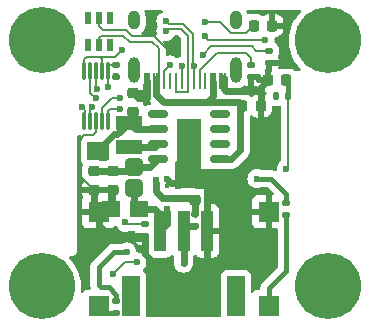
<source format=gtl>
G04 #@! TF.GenerationSoftware,KiCad,Pcbnew,7.0.1-0*
G04 #@! TF.CreationDate,2024-01-29T00:44:29+01:00*
G04 #@! TF.ProjectId,Smart_Lamps,536d6172-745f-44c6-916d-70732e6b6963,rev?*
G04 #@! TF.SameCoordinates,Original*
G04 #@! TF.FileFunction,Copper,L1,Top*
G04 #@! TF.FilePolarity,Positive*
%FSLAX46Y46*%
G04 Gerber Fmt 4.6, Leading zero omitted, Abs format (unit mm)*
G04 Created by KiCad (PCBNEW 7.0.1-0) date 2024-01-29 00:44:29*
%MOMM*%
%LPD*%
G01*
G04 APERTURE LIST*
G04 Aperture macros list*
%AMRoundRect*
0 Rectangle with rounded corners*
0 $1 Rounding radius*
0 $2 $3 $4 $5 $6 $7 $8 $9 X,Y pos of 4 corners*
0 Add a 4 corners polygon primitive as box body*
4,1,4,$2,$3,$4,$5,$6,$7,$8,$9,$2,$3,0*
0 Add four circle primitives for the rounded corners*
1,1,$1+$1,$2,$3*
1,1,$1+$1,$4,$5*
1,1,$1+$1,$6,$7*
1,1,$1+$1,$8,$9*
0 Add four rect primitives between the rounded corners*
20,1,$1+$1,$2,$3,$4,$5,0*
20,1,$1+$1,$4,$5,$6,$7,0*
20,1,$1+$1,$6,$7,$8,$9,0*
20,1,$1+$1,$8,$9,$2,$3,0*%
G04 Aperture macros list end*
G04 #@! TA.AperFunction,SMDPad,CuDef*
%ADD10RoundRect,0.225000X0.250000X-0.225000X0.250000X0.225000X-0.250000X0.225000X-0.250000X-0.225000X0*%
G04 #@! TD*
G04 #@! TA.AperFunction,SMDPad,CuDef*
%ADD11RoundRect,0.135000X-0.135000X-0.185000X0.135000X-0.185000X0.135000X0.185000X-0.135000X0.185000X0*%
G04 #@! TD*
G04 #@! TA.AperFunction,SMDPad,CuDef*
%ADD12R,0.600000X1.070000*%
G04 #@! TD*
G04 #@! TA.AperFunction,SMDPad,CuDef*
%ADD13R,1.800000X1.800000*%
G04 #@! TD*
G04 #@! TA.AperFunction,SMDPad,CuDef*
%ADD14RoundRect,0.135000X0.185000X-0.135000X0.185000X0.135000X-0.185000X0.135000X-0.185000X-0.135000X0*%
G04 #@! TD*
G04 #@! TA.AperFunction,SMDPad,CuDef*
%ADD15RoundRect,0.225000X-0.250000X0.225000X-0.250000X-0.225000X0.250000X-0.225000X0.250000X0.225000X0*%
G04 #@! TD*
G04 #@! TA.AperFunction,SMDPad,CuDef*
%ADD16RoundRect,0.135000X-0.185000X0.135000X-0.185000X-0.135000X0.185000X-0.135000X0.185000X0.135000X0*%
G04 #@! TD*
G04 #@! TA.AperFunction,SMDPad,CuDef*
%ADD17RoundRect,0.225000X0.225000X0.250000X-0.225000X0.250000X-0.225000X-0.250000X0.225000X-0.250000X0*%
G04 #@! TD*
G04 #@! TA.AperFunction,SMDPad,CuDef*
%ADD18RoundRect,0.381000X-0.390500X-0.381000X0.390500X-0.381000X0.390500X0.381000X-0.390500X0.381000X0*%
G04 #@! TD*
G04 #@! TA.AperFunction,SMDPad,CuDef*
%ADD19R,2.200000X1.200000*%
G04 #@! TD*
G04 #@! TA.AperFunction,ComponentPad*
%ADD20C,3.600000*%
G04 #@! TD*
G04 #@! TA.AperFunction,ConnectorPad*
%ADD21C,5.600000*%
G04 #@! TD*
G04 #@! TA.AperFunction,SMDPad,CuDef*
%ADD22RoundRect,0.150000X0.675000X0.150000X-0.675000X0.150000X-0.675000X-0.150000X0.675000X-0.150000X0*%
G04 #@! TD*
G04 #@! TA.AperFunction,SMDPad,CuDef*
%ADD23R,2.043000X3.000000*%
G04 #@! TD*
G04 #@! TA.AperFunction,SMDPad,CuDef*
%ADD24O,0.280000X1.620000*%
G04 #@! TD*
G04 #@! TA.AperFunction,SMDPad,CuDef*
%ADD25RoundRect,0.225000X-0.225000X-0.250000X0.225000X-0.250000X0.225000X0.250000X-0.225000X0.250000X0*%
G04 #@! TD*
G04 #@! TA.AperFunction,SMDPad,CuDef*
%ADD26R,0.530000X1.070000*%
G04 #@! TD*
G04 #@! TA.AperFunction,SMDPad,CuDef*
%ADD27R,0.250000X1.450000*%
G04 #@! TD*
G04 #@! TA.AperFunction,SMDPad,CuDef*
%ADD28R,0.300000X1.450000*%
G04 #@! TD*
G04 #@! TA.AperFunction,ComponentPad*
%ADD29RoundRect,0.500000X0.000000X0.600000X0.000000X0.600000X0.000000X-0.600000X0.000000X-0.600000X0*%
G04 #@! TD*
G04 #@! TA.AperFunction,ComponentPad*
%ADD30RoundRect,0.500000X0.000000X0.300000X0.000000X0.300000X0.000000X-0.300000X0.000000X-0.300000X0*%
G04 #@! TD*
G04 #@! TA.AperFunction,SMDPad,CuDef*
%ADD31R,1.500000X3.400000*%
G04 #@! TD*
G04 #@! TA.AperFunction,SMDPad,CuDef*
%ADD32R,1.000000X3.500000*%
G04 #@! TD*
G04 #@! TA.AperFunction,SMDPad,CuDef*
%ADD33R,1.500000X1.360000*%
G04 #@! TD*
G04 #@! TA.AperFunction,ViaPad*
%ADD34C,0.600000*%
G04 #@! TD*
G04 #@! TA.AperFunction,Conductor*
%ADD35C,0.600000*%
G04 #@! TD*
G04 #@! TA.AperFunction,Conductor*
%ADD36C,0.400000*%
G04 #@! TD*
G04 #@! TA.AperFunction,Conductor*
%ADD37C,0.200000*%
G04 #@! TD*
G04 #@! TA.AperFunction,Conductor*
%ADD38C,0.152400*%
G04 #@! TD*
G04 APERTURE END LIST*
D10*
X132100000Y-116725000D03*
X132100000Y-115175000D03*
D11*
X145900000Y-108800000D03*
X146920000Y-108800000D03*
D12*
X137650000Y-116160000D03*
X135750000Y-116160000D03*
X136700000Y-118640000D03*
D13*
X145300000Y-126600000D03*
X145300000Y-118600000D03*
D14*
X146800000Y-118910000D03*
X146800000Y-117890000D03*
D15*
X133850000Y-108575000D03*
X133850000Y-110125000D03*
D16*
X132400000Y-106140000D03*
X132400000Y-107160000D03*
D17*
X145600000Y-102850000D03*
X144050000Y-102850000D03*
D18*
X133900000Y-114800000D03*
X133900000Y-116600000D03*
D16*
X145350000Y-104990000D03*
X145350000Y-106010000D03*
X134800000Y-119640000D03*
X134800000Y-120660000D03*
D19*
X133500000Y-113150000D03*
X133500000Y-111090000D03*
D20*
X150300000Y-124900000D03*
D21*
X150300000Y-124900000D03*
D22*
X141150000Y-114160000D03*
X141150000Y-112890000D03*
X141150000Y-111620000D03*
X141150000Y-110350000D03*
X135900000Y-110350000D03*
X135900000Y-111620000D03*
X135900000Y-112890000D03*
X135900000Y-114160000D03*
D23*
X138525000Y-112255000D03*
D20*
X126100000Y-124900000D03*
D21*
X126100000Y-124900000D03*
D20*
X126100000Y-104100000D03*
D21*
X126100000Y-104100000D03*
D14*
X139100000Y-119800000D03*
X139100000Y-118780000D03*
X132400000Y-127210000D03*
X132400000Y-126190000D03*
D24*
X129700000Y-110920000D03*
X130200000Y-110920000D03*
X130700000Y-110920000D03*
X131200000Y-110920000D03*
X131700000Y-110920000D03*
X131700000Y-106700000D03*
X131200000Y-106700000D03*
X130700000Y-106700000D03*
X130200000Y-106700000D03*
X129700000Y-106700000D03*
D17*
X144625000Y-109650000D03*
X143075000Y-109650000D03*
D13*
X130900000Y-126600000D03*
X130900000Y-118600000D03*
D10*
X130500000Y-116725000D03*
X130500000Y-115175000D03*
X139050000Y-117650000D03*
X139050000Y-116100000D03*
D25*
X145250000Y-107450000D03*
X146800000Y-107450000D03*
D26*
X131900000Y-102200000D03*
X130950000Y-102200000D03*
X130000000Y-102200000D03*
X130000000Y-104500000D03*
X130950000Y-104500000D03*
X131900000Y-104500000D03*
D16*
X143800000Y-106190000D03*
X143800000Y-107210000D03*
D27*
X141575000Y-107500000D03*
X140775000Y-107500000D03*
X139450000Y-107500000D03*
X138450000Y-107500000D03*
X137950000Y-107500000D03*
X136950000Y-107500000D03*
X135625000Y-107500000D03*
X134825000Y-107500000D03*
D28*
X135100000Y-107500000D03*
X135900000Y-107500000D03*
D27*
X136450000Y-107500000D03*
X137450000Y-107500000D03*
X138950000Y-107500000D03*
X139950000Y-107500000D03*
D28*
X140500000Y-107500000D03*
X141300000Y-107500000D03*
D29*
X142520000Y-106580000D03*
D30*
X142520000Y-102400000D03*
D29*
X133880000Y-106580000D03*
D30*
X133880000Y-102400000D03*
D20*
X150300000Y-104100000D03*
D21*
X150300000Y-104100000D03*
D31*
X142530000Y-125770000D03*
X133670000Y-125770000D03*
D32*
X136100000Y-120230000D03*
X138100000Y-120230000D03*
X140100000Y-120230000D03*
D33*
X134350000Y-118350000D03*
X131950000Y-118350000D03*
D34*
X138100000Y-122950000D03*
X144300000Y-115800000D03*
X139900000Y-102500000D03*
X132850000Y-104900000D03*
X144050000Y-102850000D03*
X145900000Y-108800000D03*
X135750000Y-116160000D03*
X130726500Y-108200000D03*
X130655901Y-108975000D03*
X129523000Y-109700000D03*
X130000000Y-104650000D03*
X130377000Y-109700000D03*
X131900000Y-104650000D03*
X139250000Y-111175000D03*
X140100000Y-123300000D03*
X137800000Y-112625000D03*
X138525000Y-111900000D03*
X138525000Y-113350000D03*
X138525000Y-111175000D03*
X136950000Y-105100000D03*
X139250000Y-113350000D03*
X141650000Y-108350000D03*
X137800000Y-113375000D03*
X137800000Y-111925000D03*
X135000000Y-109000000D03*
X136700000Y-115850000D03*
X139250000Y-111900000D03*
X138525000Y-112625000D03*
X139250000Y-112625000D03*
X137800000Y-111175000D03*
X133150000Y-119500000D03*
X134150000Y-122850000D03*
X132100000Y-123850000D03*
X132400000Y-107150000D03*
X132750000Y-109900000D03*
X146800000Y-114950000D03*
X145000000Y-104050000D03*
X146800000Y-107500000D03*
X139900000Y-103750000D03*
X132750000Y-108950000D03*
X133300000Y-122000000D03*
X131700000Y-108000000D03*
X138950000Y-106300000D03*
X131900000Y-102050000D03*
X136600000Y-102473000D03*
X137944100Y-106300000D03*
X136600000Y-103327000D03*
X130000000Y-102050000D03*
X139700000Y-105300000D03*
X136925000Y-106175000D03*
D35*
X135900000Y-111620000D02*
X134030000Y-111620000D01*
X131100000Y-113150000D02*
X131100000Y-113200000D01*
X134030000Y-111620000D02*
X133500000Y-111090000D01*
X132500000Y-112050000D02*
X132200000Y-112050000D01*
X132200000Y-112050000D02*
X131100000Y-113150000D01*
X133460000Y-111090000D02*
X132500000Y-112050000D01*
X133500000Y-111090000D02*
X133460000Y-111090000D01*
X138530000Y-119800000D02*
X138100000Y-120230000D01*
X138100000Y-122950000D02*
X138100000Y-120360000D01*
X139100000Y-119800000D02*
X138530000Y-119800000D01*
D36*
X145527000Y-115800000D02*
X146800000Y-117073000D01*
X144300000Y-115800000D02*
X145527000Y-115800000D01*
X146800000Y-117073000D02*
X146800000Y-117890000D01*
D35*
X133500000Y-113150000D02*
X135640000Y-113150000D01*
X135640000Y-113150000D02*
X135900000Y-112890000D01*
X139100000Y-118780000D02*
X139100000Y-117700000D01*
D37*
X131200000Y-105690000D02*
X131200000Y-106700000D01*
X132250000Y-105500000D02*
X131010000Y-105500000D01*
X131160000Y-105650000D02*
X131200000Y-105690000D01*
D35*
X135750000Y-116160000D02*
X135750000Y-116850000D01*
D37*
X141150000Y-102500000D02*
X142150000Y-103500000D01*
X131010000Y-105500000D02*
X131160000Y-105650000D01*
X129700000Y-105690000D02*
X129890000Y-105500000D01*
X144050000Y-102950000D02*
X144050000Y-103000000D01*
D35*
X136300000Y-117400000D02*
X138800000Y-117400000D01*
D37*
X129700000Y-106700000D02*
X129700000Y-105690000D01*
X139900000Y-102500000D02*
X141150000Y-102500000D01*
D35*
X135750000Y-116850000D02*
X136300000Y-117400000D01*
D37*
X132850000Y-104900000D02*
X132250000Y-105500000D01*
D35*
X138800000Y-117400000D02*
X139050000Y-117650000D01*
D37*
X142150000Y-103500000D02*
X143400000Y-103500000D01*
D35*
X139100000Y-117700000D02*
X139050000Y-117650000D01*
D37*
X129890000Y-105500000D02*
X131010000Y-105500000D01*
X143400000Y-103500000D02*
X144050000Y-102850000D01*
X130726500Y-108200000D02*
X130700000Y-108173500D01*
X130700000Y-108173500D02*
X130700000Y-106700000D01*
X130655901Y-108975000D02*
X130200000Y-108519099D01*
X130200000Y-108519099D02*
X130200000Y-106700000D01*
D38*
X129746799Y-110014527D02*
X129523000Y-109790728D01*
X129700000Y-110920000D02*
X129746799Y-110873201D01*
X129746799Y-110873201D02*
X129746799Y-110014527D01*
X130200000Y-110920000D02*
X130153201Y-110873201D01*
X130153201Y-110014527D02*
X130377000Y-109790728D01*
X130153201Y-110873201D02*
X130153201Y-110014527D01*
D35*
X138990000Y-116160000D02*
X139050000Y-116100000D01*
X135500000Y-122850000D02*
X135500000Y-123450000D01*
D37*
X130950000Y-102900000D02*
X130950000Y-102200000D01*
X129200000Y-112550000D02*
X129200000Y-115425000D01*
D35*
X139050000Y-112780000D02*
X138525000Y-112255000D01*
D37*
X130700000Y-111850000D02*
X130450000Y-112100000D01*
D35*
X140100000Y-123300000D02*
X140100000Y-120230000D01*
X140100000Y-116600000D02*
X140100000Y-120230000D01*
D37*
X129200000Y-115425000D02*
X130500000Y-116725000D01*
D35*
X135500000Y-123450000D02*
X136250000Y-124200000D01*
X135000000Y-109000000D02*
X134275000Y-109000000D01*
X139600000Y-116100000D02*
X140100000Y-116600000D01*
X134275000Y-109000000D02*
X133850000Y-108575000D01*
X130500000Y-118200000D02*
X130900000Y-118600000D01*
X132000000Y-120800000D02*
X134810000Y-120800000D01*
X134800000Y-122150000D02*
X135500000Y-122850000D01*
X135000000Y-109000000D02*
X135000000Y-107500000D01*
X137850000Y-112770000D02*
X138225000Y-112395000D01*
X139050000Y-116100000D02*
X139600000Y-116100000D01*
X134800000Y-120810000D02*
X134800000Y-122150000D01*
D37*
X136950000Y-105100000D02*
X135600000Y-103750000D01*
X131250000Y-103200000D02*
X130950000Y-102900000D01*
D35*
X141650000Y-108350000D02*
X141500000Y-108200000D01*
X137650000Y-116160000D02*
X137010000Y-116160000D01*
X145250000Y-107450000D02*
X144350000Y-108350000D01*
X137650000Y-116160000D02*
X138990000Y-116160000D01*
X136250000Y-124200000D02*
X139200000Y-124200000D01*
D37*
X130450000Y-112100000D02*
X129650000Y-112100000D01*
X133750000Y-103750000D02*
X133200000Y-103200000D01*
X133200000Y-103200000D02*
X131250000Y-103200000D01*
X130700000Y-110920000D02*
X130700000Y-111850000D01*
D35*
X144625000Y-109650000D02*
X144625000Y-108075000D01*
X144350000Y-108350000D02*
X141650000Y-108350000D01*
X144625000Y-108075000D02*
X145250000Y-107450000D01*
D37*
X129650000Y-112100000D02*
X129200000Y-112550000D01*
D35*
X130900000Y-119700000D02*
X132000000Y-120800000D01*
X139200000Y-124200000D02*
X140100000Y-123300000D01*
X135000000Y-108800000D02*
X135000000Y-108800000D01*
X130500000Y-116725000D02*
X130500000Y-118200000D01*
X141500000Y-108200000D02*
X141500000Y-107300000D01*
X140100000Y-120300000D02*
X140100000Y-120360000D01*
X137010000Y-116160000D02*
X136700000Y-115850000D01*
X130900000Y-118600000D02*
X130900000Y-119700000D01*
D37*
X135600000Y-103750000D02*
X133750000Y-103750000D01*
X133150000Y-119500000D02*
X133250000Y-119600000D01*
X134760000Y-119600000D02*
X134800000Y-119640000D01*
X134150000Y-122850000D02*
X133100000Y-122850000D01*
X133250000Y-119600000D02*
X134760000Y-119600000D01*
X133100000Y-122850000D02*
X132100000Y-123850000D01*
X143800000Y-105550000D02*
X143800000Y-106190000D01*
X139450000Y-106600000D02*
X140900000Y-105150000D01*
X139450000Y-107500000D02*
X139450000Y-106600000D01*
X140900000Y-105150000D02*
X143400000Y-105150000D01*
X143400000Y-105150000D02*
X143800000Y-105550000D01*
D35*
X136100000Y-118800000D02*
X136100000Y-120230000D01*
X133900000Y-116600000D02*
X133900000Y-117950000D01*
X136700000Y-119630000D02*
X136100000Y-120230000D01*
X133900000Y-117950000D02*
X134350000Y-118400000D01*
X134350000Y-118400000D02*
X135700000Y-118400000D01*
X136700000Y-118640000D02*
X136700000Y-119630000D01*
X135700000Y-118400000D02*
X136100000Y-118800000D01*
X135260000Y-114800000D02*
X135900000Y-114160000D01*
X133900000Y-114800000D02*
X135260000Y-114800000D01*
X133525000Y-115175000D02*
X133900000Y-114800000D01*
X130500000Y-115175000D02*
X132100000Y-115175000D01*
X132100000Y-115175000D02*
X133525000Y-115175000D01*
D37*
X131900000Y-109900000D02*
X131700000Y-110100000D01*
X132750000Y-109900000D02*
X131900000Y-109900000D01*
X131700000Y-110100000D02*
X131700000Y-110920000D01*
D36*
X146800000Y-123600000D02*
X145300000Y-125100000D01*
X146800000Y-118910000D02*
X146800000Y-123600000D01*
X145300000Y-125100000D02*
X145300000Y-126600000D01*
X131510000Y-127210000D02*
X130900000Y-126600000D01*
X132400000Y-127210000D02*
X131510000Y-127210000D01*
X146850000Y-107500000D02*
X146850000Y-107450000D01*
X146850000Y-107450000D02*
X146800000Y-107500000D01*
D37*
X132050000Y-108950000D02*
X131200000Y-109800000D01*
D36*
X146800000Y-107500000D02*
X146800000Y-107450000D01*
D37*
X132750000Y-108950000D02*
X132050000Y-108950000D01*
X131200000Y-109800000D02*
X131200000Y-110920000D01*
X146800000Y-114950000D02*
X146920000Y-114830000D01*
X140200000Y-104050000D02*
X145000000Y-104050000D01*
X146920000Y-114830000D02*
X146920000Y-108800000D01*
D36*
X146920000Y-108800000D02*
X146920000Y-107570000D01*
D37*
X139900000Y-103750000D02*
X140200000Y-104050000D01*
D36*
X133300000Y-122000000D02*
X132200000Y-122000000D01*
X132400000Y-125646000D02*
X132400000Y-126190000D01*
D37*
X131700000Y-106350000D02*
X131900000Y-106150000D01*
D36*
X131136712Y-125000000D02*
X131754000Y-125000000D01*
X130900000Y-124763288D02*
X131136712Y-125000000D01*
X132200000Y-122000000D02*
X130900000Y-123300000D01*
D37*
X131700000Y-108000000D02*
X131700000Y-106700000D01*
D36*
X131754000Y-125000000D02*
X132400000Y-125646000D01*
X130900000Y-123300000D02*
X130900000Y-124763288D01*
D37*
X132390000Y-106150000D02*
X132400000Y-106140000D01*
X131900000Y-106150000D02*
X132390000Y-106150000D01*
X131700000Y-106700000D02*
X131700000Y-106350000D01*
X130950000Y-103850000D02*
X131100000Y-103700000D01*
D35*
X135800000Y-108700000D02*
X135800000Y-107400000D01*
X142140000Y-114160000D02*
X141150000Y-114160000D01*
X140050000Y-109350000D02*
X142775000Y-109350000D01*
D37*
X133537500Y-104250000D02*
X135450000Y-104250000D01*
D35*
X142900000Y-113400000D02*
X142140000Y-114160000D01*
X142775000Y-109350000D02*
X143075000Y-109650000D01*
D37*
X131100000Y-103700000D02*
X132987500Y-103700000D01*
D35*
X140300000Y-109100000D02*
X140050000Y-109350000D01*
X140600000Y-108800000D02*
X140600000Y-107600000D01*
X142900000Y-109825000D02*
X142900000Y-113400000D01*
D37*
X135975000Y-107425000D02*
X135900000Y-107500000D01*
X132987500Y-103700000D02*
X133537500Y-104250000D01*
D35*
X143075000Y-109650000D02*
X142900000Y-109825000D01*
X136450000Y-109350000D02*
X135800000Y-108700000D01*
X140600000Y-108800000D02*
X140300000Y-109100000D01*
D37*
X130950000Y-104500000D02*
X130950000Y-103850000D01*
X135975000Y-104775000D02*
X135975000Y-107425000D01*
X135450000Y-104250000D02*
X135975000Y-104775000D01*
D35*
X140050000Y-109350000D02*
X136450000Y-109350000D01*
D38*
X138903200Y-106365699D02*
X138950000Y-106412499D01*
D37*
X137950000Y-106305900D02*
X137950000Y-107500000D01*
X138950000Y-107500000D02*
X138950000Y-106300000D01*
D38*
X136600000Y-102473000D02*
X136823800Y-102696800D01*
X138950000Y-106412499D02*
X138950000Y-107500000D01*
D37*
X137944100Y-106300000D02*
X137950000Y-106305900D01*
D38*
X136823800Y-102696800D02*
X138084170Y-102696800D01*
X138084170Y-102696800D02*
X138903200Y-103515830D01*
X138903200Y-103515830D02*
X138903200Y-106365699D01*
X138496800Y-103684170D02*
X138496800Y-106041567D01*
X138496800Y-106041567D02*
X138446800Y-106091567D01*
D37*
X137500000Y-108500000D02*
X138400000Y-108500000D01*
D38*
X138450000Y-106511633D02*
X138450000Y-107500000D01*
D37*
X137450000Y-107500000D02*
X137450000Y-108450000D01*
X138400000Y-108500000D02*
X138450000Y-108450000D01*
X138450000Y-108450000D02*
X138450000Y-107500000D01*
D38*
X136600000Y-103327000D02*
X136823800Y-103103200D01*
X136823800Y-103103200D02*
X137915830Y-103103200D01*
D37*
X137450000Y-108450000D02*
X137500000Y-108500000D01*
D38*
X137915830Y-103103200D02*
X138496800Y-103684170D01*
X138446800Y-106508433D02*
X138450000Y-106511633D01*
X138446800Y-106091567D02*
X138446800Y-106508433D01*
D37*
X140400000Y-104600000D02*
X143850000Y-104600000D01*
X136450000Y-106650000D02*
X136450000Y-107500000D01*
X144240000Y-104990000D02*
X145350000Y-104990000D01*
X143850000Y-104600000D02*
X144240000Y-104990000D01*
X136925000Y-106175000D02*
X136450000Y-106650000D01*
X139700000Y-105300000D02*
X140400000Y-104600000D01*
G04 #@! TA.AperFunction,Conductor*
G36*
X147990598Y-101514322D02*
G01*
X148034808Y-101552706D01*
X148056478Y-101607095D01*
X148050779Y-101665364D01*
X148018981Y-101714523D01*
X147900332Y-101826913D01*
X147668636Y-102099686D01*
X147467786Y-102395919D01*
X147300146Y-102712118D01*
X147167674Y-103044598D01*
X147071930Y-103389440D01*
X147014027Y-103742635D01*
X146994651Y-104100000D01*
X147014027Y-104457364D01*
X147014027Y-104457369D01*
X147014028Y-104457371D01*
X147025759Y-104528924D01*
X147071930Y-104810559D01*
X147167674Y-105155401D01*
X147300146Y-105487881D01*
X147467786Y-105804080D01*
X147668636Y-106100313D01*
X147804276Y-106260000D01*
X147900332Y-106373086D01*
X147966198Y-106435477D01*
X147997995Y-106484636D01*
X148003694Y-106542905D01*
X147982024Y-106597294D01*
X147937814Y-106635678D01*
X147880922Y-106649500D01*
X147728039Y-106649500D01*
X147701844Y-106657190D01*
X147684567Y-106660948D01*
X147657542Y-106664834D01*
X147638582Y-106673493D01*
X147590022Y-106684663D01*
X147540986Y-106675815D01*
X147499392Y-106648379D01*
X147478044Y-106627031D01*
X147333699Y-106537997D01*
X147172707Y-106484650D01*
X147083494Y-106475536D01*
X147073344Y-106474500D01*
X146526655Y-106474500D01*
X146427290Y-106484650D01*
X146286335Y-106531358D01*
X146219860Y-106534570D01*
X146161298Y-106502950D01*
X146127520Y-106445606D01*
X146128256Y-106379057D01*
X146162844Y-106260000D01*
X145600000Y-106260000D01*
X145600000Y-106696000D01*
X145583387Y-106758000D01*
X145538000Y-106803387D01*
X145508784Y-106811215D01*
X145500000Y-106820000D01*
X145500000Y-107576000D01*
X145483387Y-107638000D01*
X145438000Y-107683387D01*
X145376000Y-107700000D01*
X144384000Y-107700000D01*
X144322000Y-107683387D01*
X144276613Y-107638000D01*
X144260000Y-107576000D01*
X144260000Y-107460000D01*
X144050000Y-107460000D01*
X144050000Y-107979931D01*
X144085127Y-107977166D01*
X144214821Y-107939487D01*
X144277484Y-107937782D01*
X144332974Y-107966944D01*
X144353052Y-107997870D01*
X144355844Y-107996149D01*
X144452426Y-108152732D01*
X144572267Y-108272573D01*
X144716513Y-108361546D01*
X144877393Y-108414856D01*
X144976686Y-108425000D01*
X145005500Y-108425000D01*
X145067500Y-108441613D01*
X145112887Y-108487000D01*
X145129500Y-108549000D01*
X145129500Y-108557185D01*
X145122538Y-108598150D01*
X145121146Y-108602127D01*
X145092088Y-108648544D01*
X145045869Y-108677918D01*
X144991506Y-108684520D01*
X144898315Y-108675000D01*
X144875000Y-108675000D01*
X144875000Y-110624999D01*
X144898315Y-110624999D01*
X144997605Y-110614856D01*
X145158486Y-110561546D01*
X145302732Y-110472573D01*
X145422573Y-110352732D01*
X145511546Y-110208486D01*
X145564856Y-110047606D01*
X145574999Y-109948315D01*
X145574999Y-109744500D01*
X145591612Y-109682499D01*
X145636999Y-109637112D01*
X145698999Y-109620499D01*
X145700806Y-109620499D01*
X145700819Y-109620500D01*
X146099180Y-109620499D01*
X146135204Y-109617665D01*
X146160905Y-109610197D01*
X146217778Y-109607292D01*
X146269952Y-109630113D01*
X146306423Y-109673849D01*
X146319500Y-109729274D01*
X146319500Y-114247059D01*
X146310061Y-114294512D01*
X146283181Y-114334740D01*
X146170185Y-114447735D01*
X146074212Y-114600476D01*
X146074211Y-114600478D01*
X146073334Y-114602985D01*
X146014631Y-114770748D01*
X145994434Y-114950000D01*
X146004422Y-115038643D01*
X145995453Y-115100720D01*
X145957253Y-115150467D01*
X145899595Y-115175155D01*
X145837230Y-115168469D01*
X145798702Y-115153857D01*
X145791783Y-115150991D01*
X145736929Y-115126303D01*
X145726952Y-115124475D01*
X145705339Y-115118450D01*
X145695873Y-115114860D01*
X145636172Y-115107610D01*
X145628771Y-115106483D01*
X145569607Y-115095641D01*
X145509566Y-115099274D01*
X145502079Y-115099500D01*
X144725493Y-115099500D01*
X144659521Y-115080494D01*
X144649522Y-115074211D01*
X144479255Y-115014632D01*
X144479253Y-115014631D01*
X144479251Y-115014631D01*
X144300000Y-114994434D01*
X144120748Y-115014631D01*
X144120745Y-115014631D01*
X144120745Y-115014632D01*
X143950478Y-115074211D01*
X143950476Y-115074211D01*
X143950476Y-115074212D01*
X143797735Y-115170185D01*
X143670185Y-115297735D01*
X143574212Y-115450476D01*
X143514631Y-115620748D01*
X143494434Y-115799999D01*
X143514631Y-115979251D01*
X143514631Y-115979253D01*
X143514632Y-115979255D01*
X143574211Y-116149522D01*
X143580795Y-116160000D01*
X143670185Y-116302264D01*
X143797735Y-116429814D01*
X143797737Y-116429815D01*
X143797738Y-116429816D01*
X143950478Y-116525789D01*
X144120745Y-116585368D01*
X144300000Y-116605565D01*
X144479255Y-116585368D01*
X144649522Y-116525789D01*
X144659521Y-116519505D01*
X144725493Y-116500500D01*
X145185481Y-116500500D01*
X145232934Y-116509939D01*
X145273162Y-116536819D01*
X145724662Y-116988319D01*
X145754912Y-117037682D01*
X145759454Y-117095398D01*
X145737299Y-117148885D01*
X145693276Y-117186485D01*
X145636981Y-117200000D01*
X145550000Y-117200000D01*
X145550000Y-120000000D01*
X145975500Y-120000000D01*
X146037500Y-120016613D01*
X146082887Y-120062000D01*
X146099500Y-120124000D01*
X146099500Y-123258481D01*
X146090061Y-123305934D01*
X146063181Y-123346162D01*
X144822290Y-124587051D01*
X144816838Y-124592183D01*
X144771816Y-124632070D01*
X144737649Y-124681568D01*
X144733213Y-124687597D01*
X144696121Y-124734942D01*
X144691961Y-124744186D01*
X144680941Y-124763725D01*
X144675182Y-124772069D01*
X144653853Y-124828305D01*
X144650989Y-124835219D01*
X144626303Y-124890070D01*
X144624475Y-124900047D01*
X144618454Y-124921648D01*
X144614859Y-124931128D01*
X144607609Y-124990827D01*
X144606483Y-124998226D01*
X144595641Y-125057392D01*
X144596284Y-125068016D01*
X144582306Y-125133128D01*
X144536659Y-125181618D01*
X144472510Y-125199501D01*
X144352128Y-125199501D01*
X144322322Y-125202705D01*
X144292515Y-125205909D01*
X144157669Y-125256204D01*
X144042451Y-125342455D01*
X144003765Y-125394134D01*
X143956010Y-125432618D01*
X143895652Y-125443507D01*
X143837459Y-125424138D01*
X143795667Y-125379250D01*
X143780499Y-125319823D01*
X143780499Y-124022130D01*
X143780499Y-124022127D01*
X143774091Y-123962517D01*
X143723796Y-123827669D01*
X143637546Y-123712454D01*
X143522331Y-123626204D01*
X143387483Y-123575909D01*
X143327873Y-123569500D01*
X143327869Y-123569500D01*
X141732130Y-123569500D01*
X141672515Y-123575909D01*
X141537669Y-123626204D01*
X141422454Y-123712454D01*
X141336204Y-123827668D01*
X141285909Y-123962516D01*
X141279500Y-124022130D01*
X141279501Y-127375500D01*
X141262888Y-127437500D01*
X141217501Y-127482887D01*
X141155501Y-127499500D01*
X138235799Y-127499500D01*
X135044500Y-127499500D01*
X134982500Y-127482887D01*
X134937113Y-127437500D01*
X134920500Y-127375500D01*
X134920499Y-124022130D01*
X134920499Y-124022127D01*
X134914091Y-123962517D01*
X134863796Y-123827669D01*
X134777546Y-123712454D01*
X134687411Y-123644979D01*
X134652893Y-123605142D01*
X134638041Y-123554561D01*
X134645543Y-123502381D01*
X134674042Y-123458035D01*
X134779816Y-123352262D01*
X134875789Y-123199522D01*
X134935368Y-123029255D01*
X134955565Y-122850000D01*
X134935368Y-122670745D01*
X134875789Y-122500478D01*
X134779816Y-122347738D01*
X134779815Y-122347737D01*
X134779814Y-122347735D01*
X134652264Y-122220185D01*
X134553569Y-122158171D01*
X134499522Y-122124211D01*
X134329255Y-122064632D01*
X134329251Y-122064631D01*
X134329250Y-122064631D01*
X134208329Y-122051006D01*
X134156241Y-122032780D01*
X134117219Y-121993758D01*
X134098993Y-121941669D01*
X134085368Y-121820749D01*
X134085368Y-121820745D01*
X134025789Y-121650478D01*
X133929816Y-121497738D01*
X133929815Y-121497737D01*
X133929814Y-121497735D01*
X133802264Y-121370185D01*
X133701960Y-121307160D01*
X133649522Y-121274211D01*
X133479255Y-121214632D01*
X133479253Y-121214631D01*
X133479251Y-121214631D01*
X133300000Y-121194434D01*
X133120748Y-121214631D01*
X133120745Y-121214631D01*
X133120745Y-121214632D01*
X132950478Y-121274211D01*
X132950476Y-121274211D01*
X132950476Y-121274212D01*
X132940479Y-121280494D01*
X132874507Y-121299500D01*
X132224921Y-121299500D01*
X132217434Y-121299274D01*
X132157391Y-121295641D01*
X132098227Y-121306483D01*
X132090828Y-121307610D01*
X132031124Y-121314860D01*
X132021651Y-121318453D01*
X132000047Y-121324476D01*
X131990069Y-121326305D01*
X131935225Y-121350987D01*
X131928310Y-121353851D01*
X131872070Y-121375181D01*
X131863723Y-121380943D01*
X131844187Y-121391961D01*
X131834944Y-121396121D01*
X131787608Y-121433205D01*
X131781582Y-121437639D01*
X131732072Y-121471816D01*
X131692184Y-121516838D01*
X131687052Y-121522289D01*
X130422290Y-122787051D01*
X130416838Y-122792183D01*
X130371816Y-122832070D01*
X130337649Y-122881568D01*
X130333213Y-122887597D01*
X130296121Y-122934942D01*
X130291961Y-122944186D01*
X130280941Y-122963725D01*
X130275182Y-122972069D01*
X130253853Y-123028305D01*
X130250989Y-123035219D01*
X130226303Y-123090070D01*
X130224475Y-123100047D01*
X130218454Y-123121648D01*
X130214859Y-123131128D01*
X130207609Y-123190827D01*
X130206483Y-123198226D01*
X130195641Y-123257391D01*
X130199274Y-123317434D01*
X130199500Y-123324921D01*
X130199500Y-124738367D01*
X130199274Y-124745854D01*
X130195641Y-124805895D01*
X130206483Y-124865059D01*
X130207610Y-124872460D01*
X130214860Y-124932161D01*
X130218450Y-124941627D01*
X130224475Y-124963240D01*
X130226303Y-124973217D01*
X130249433Y-125024609D01*
X130260004Y-125084856D01*
X130240488Y-125142826D01*
X130195635Y-125184414D01*
X130136358Y-125199500D01*
X129952130Y-125199500D01*
X129892515Y-125205909D01*
X129757669Y-125256204D01*
X129642453Y-125342454D01*
X129599783Y-125399455D01*
X129548334Y-125439553D01*
X129483654Y-125447992D01*
X129423640Y-125422438D01*
X129384898Y-125369961D01*
X129378150Y-125305082D01*
X129381083Y-125287192D01*
X129385972Y-125257371D01*
X129405348Y-124900000D01*
X129385972Y-124542629D01*
X129328071Y-124189448D01*
X129281615Y-124022127D01*
X129232325Y-123844598D01*
X129099853Y-123512118D01*
X128932213Y-123195919D01*
X128932211Y-123195915D01*
X128731365Y-122899689D01*
X128731363Y-122899686D01*
X128499671Y-122626918D01*
X128499668Y-122626914D01*
X128433801Y-122564522D01*
X128402005Y-122515364D01*
X128396306Y-122457095D01*
X128417976Y-122402706D01*
X128462186Y-122364322D01*
X128519078Y-122350500D01*
X128671960Y-122350500D01*
X128671961Y-122350500D01*
X128698156Y-122342808D01*
X128715426Y-122339051D01*
X128742457Y-122335165D01*
X128767287Y-122323824D01*
X128783865Y-122317642D01*
X128810051Y-122309954D01*
X128810053Y-122309953D01*
X128833020Y-122295192D01*
X128848546Y-122286715D01*
X128873369Y-122275379D01*
X128873369Y-122275378D01*
X128873373Y-122275377D01*
X128894012Y-122257491D01*
X128908155Y-122246905D01*
X128931128Y-122232143D01*
X128949008Y-122211507D01*
X128961507Y-122199008D01*
X128982143Y-122181128D01*
X128996905Y-122158155D01*
X129007491Y-122144012D01*
X129025377Y-122123373D01*
X129036714Y-122098546D01*
X129045192Y-122083020D01*
X129059953Y-122060053D01*
X129062610Y-122051006D01*
X129067642Y-122033865D01*
X129073824Y-122017287D01*
X129085165Y-121992457D01*
X129089051Y-121965426D01*
X129092808Y-121948156D01*
X129100500Y-121921961D01*
X129100500Y-121778039D01*
X129100500Y-120910000D01*
X133987156Y-120910000D01*
X134027595Y-121049195D01*
X134109264Y-121187290D01*
X134222709Y-121300735D01*
X134360807Y-121382406D01*
X134514872Y-121427166D01*
X134550000Y-121429931D01*
X134550000Y-120910000D01*
X133987156Y-120910000D01*
X129100500Y-120910000D01*
X129100500Y-118850000D01*
X129500000Y-118850000D01*
X129500000Y-119547824D01*
X129506402Y-119607375D01*
X129556647Y-119742089D01*
X129642811Y-119857188D01*
X129757910Y-119943352D01*
X129892624Y-119993597D01*
X129952176Y-120000000D01*
X130650000Y-120000000D01*
X130650000Y-118850000D01*
X129500000Y-118850000D01*
X129100500Y-118850000D01*
X129100500Y-112188829D01*
X129119803Y-112122386D01*
X129171704Y-112076630D01*
X129240042Y-112065807D01*
X129303541Y-112093286D01*
X129354073Y-112135090D01*
X129354074Y-112135090D01*
X129354075Y-112135091D01*
X129500501Y-112203994D01*
X129500503Y-112203994D01*
X129514675Y-112210663D01*
X129513360Y-112213457D01*
X129545083Y-112228510D01*
X129581302Y-112279400D01*
X129588118Y-112341490D01*
X129563800Y-112399025D01*
X129478835Y-112509752D01*
X129428339Y-112631661D01*
X129411724Y-112693669D01*
X129394500Y-112824499D01*
X129394500Y-114129966D01*
X129408551Y-114248323D01*
X129422149Y-114304781D01*
X129463528Y-114416568D01*
X129484437Y-114447738D01*
X129529932Y-114515557D01*
X129556235Y-114546218D01*
X129583782Y-114602985D01*
X129579827Y-114665959D01*
X129534650Y-114802292D01*
X129524500Y-114901655D01*
X129524500Y-115448344D01*
X129534650Y-115547707D01*
X129587997Y-115708699D01*
X129677031Y-115853044D01*
X129686659Y-115862672D01*
X129718753Y-115918258D01*
X129718753Y-115982445D01*
X129686661Y-116038032D01*
X129677426Y-116047266D01*
X129588453Y-116191513D01*
X129535143Y-116352393D01*
X129525000Y-116451685D01*
X129525000Y-116475000D01*
X132226000Y-116475000D01*
X132288000Y-116491613D01*
X132333387Y-116537000D01*
X132350000Y-116599000D01*
X132350000Y-117591000D01*
X132333387Y-117653000D01*
X132288000Y-117698387D01*
X132226000Y-117715000D01*
X132200000Y-117715000D01*
X132200000Y-118476000D01*
X132183387Y-118538000D01*
X132138000Y-118583387D01*
X132076000Y-118600000D01*
X131824000Y-118600000D01*
X131762000Y-118583387D01*
X131716613Y-118538000D01*
X131700000Y-118476000D01*
X131700000Y-117254000D01*
X131716613Y-117192000D01*
X131762000Y-117146613D01*
X131824000Y-117130000D01*
X131850000Y-117130000D01*
X131850000Y-116975000D01*
X129525001Y-116975000D01*
X129525001Y-116998315D01*
X129535143Y-117097605D01*
X129588453Y-117258484D01*
X129597216Y-117272691D01*
X129614204Y-117318735D01*
X129611998Y-117367763D01*
X129590944Y-117412096D01*
X129556647Y-117457911D01*
X129506402Y-117592624D01*
X129500000Y-117652176D01*
X129500000Y-118350000D01*
X131026000Y-118350000D01*
X131088000Y-118366613D01*
X131133387Y-118412000D01*
X131150000Y-118474000D01*
X131150000Y-120000000D01*
X131847824Y-120000000D01*
X131907375Y-119993597D01*
X132042089Y-119943352D01*
X132157187Y-119857189D01*
X132201529Y-119797956D01*
X132253928Y-119757465D01*
X132319694Y-119749714D01*
X132380070Y-119776915D01*
X132417838Y-119831310D01*
X132424210Y-119849520D01*
X132520185Y-120002264D01*
X132647735Y-120129814D01*
X132647737Y-120129815D01*
X132647738Y-120129816D01*
X132800478Y-120225789D01*
X132970745Y-120285368D01*
X133150000Y-120305565D01*
X133329255Y-120285368D01*
X133499522Y-120225789D01*
X133509521Y-120219505D01*
X133575493Y-120200500D01*
X133882868Y-120200500D01*
X133938293Y-120213576D01*
X133982029Y-120250048D01*
X134004850Y-120302222D01*
X134001945Y-120359095D01*
X133987156Y-120410000D01*
X134539592Y-120410000D01*
X134549318Y-120410382D01*
X134549516Y-120410397D01*
X134550819Y-120410500D01*
X134926000Y-120410499D01*
X134988000Y-120427112D01*
X135033387Y-120472499D01*
X135050000Y-120534499D01*
X135050000Y-121429931D01*
X135059672Y-121438872D01*
X135089107Y-121480234D01*
X135099500Y-121529927D01*
X135099500Y-122027869D01*
X135105909Y-122087484D01*
X135119608Y-122124212D01*
X135156204Y-122222331D01*
X135242454Y-122337546D01*
X135357669Y-122423796D01*
X135492517Y-122474091D01*
X135552127Y-122480500D01*
X136647872Y-122480499D01*
X136707483Y-122474091D01*
X136842331Y-122423796D01*
X136957546Y-122337546D01*
X137000734Y-122279853D01*
X137044496Y-122243282D01*
X137100000Y-122230166D01*
X137155504Y-122243282D01*
X137199265Y-122279853D01*
X137242454Y-122337546D01*
X137249811Y-122343053D01*
X137286384Y-122386815D01*
X137299500Y-122442320D01*
X137299500Y-122898085D01*
X137298720Y-122911970D01*
X137294434Y-122950001D01*
X137314631Y-123129251D01*
X137314631Y-123129253D01*
X137314632Y-123129255D01*
X137374211Y-123299522D01*
X137403517Y-123346162D01*
X137470185Y-123452264D01*
X137597735Y-123579814D01*
X137597737Y-123579815D01*
X137597738Y-123579816D01*
X137750478Y-123675789D01*
X137920745Y-123735368D01*
X138100000Y-123755565D01*
X138279255Y-123735368D01*
X138449522Y-123675789D01*
X138602262Y-123579816D01*
X138729816Y-123452262D01*
X138825789Y-123299522D01*
X138885368Y-123129255D01*
X138905565Y-122950000D01*
X138901279Y-122911967D01*
X138900500Y-122898085D01*
X138900500Y-122442320D01*
X138913616Y-122386815D01*
X138950188Y-122343053D01*
X138957546Y-122337546D01*
X139001046Y-122279438D01*
X139044807Y-122242865D01*
X139100312Y-122229749D01*
X139155816Y-122242865D01*
X139199579Y-122279438D01*
X139242811Y-122337189D01*
X139357910Y-122423352D01*
X139492624Y-122473597D01*
X139552176Y-122480000D01*
X139850000Y-122480000D01*
X139850000Y-120480000D01*
X140350000Y-120480000D01*
X140350000Y-122480000D01*
X140647824Y-122480000D01*
X140707375Y-122473597D01*
X140842089Y-122423352D01*
X140957188Y-122337188D01*
X141043352Y-122222089D01*
X141093597Y-122087375D01*
X141100000Y-122027824D01*
X141100000Y-120480000D01*
X140350000Y-120480000D01*
X139850000Y-120480000D01*
X139850000Y-120261985D01*
X139867268Y-120198864D01*
X139868209Y-120197272D01*
X139872869Y-120189393D01*
X139917665Y-120035204D01*
X139920500Y-119999181D01*
X139920499Y-119600820D01*
X139917665Y-119564796D01*
X139872869Y-119410607D01*
X139867268Y-119401136D01*
X139850000Y-119338015D01*
X139850000Y-119241985D01*
X139867268Y-119178864D01*
X139868407Y-119176937D01*
X139872869Y-119169393D01*
X139917665Y-119015204D01*
X139920500Y-118979181D01*
X139920499Y-118580820D01*
X139917665Y-118544796D01*
X139905424Y-118502662D01*
X139900500Y-118468067D01*
X139900500Y-118318574D01*
X139918962Y-118253476D01*
X139962003Y-118183697D01*
X140015349Y-118022708D01*
X140019712Y-117980000D01*
X140350000Y-117980000D01*
X140350000Y-119980000D01*
X141100000Y-119980000D01*
X141100000Y-118850000D01*
X143900000Y-118850000D01*
X143900000Y-119547824D01*
X143906402Y-119607375D01*
X143956647Y-119742089D01*
X144042811Y-119857188D01*
X144157910Y-119943352D01*
X144292624Y-119993597D01*
X144352176Y-120000000D01*
X145050000Y-120000000D01*
X145050000Y-118850000D01*
X143900000Y-118850000D01*
X141100000Y-118850000D01*
X141100000Y-118432176D01*
X141093597Y-118372624D01*
X141085159Y-118350000D01*
X143900000Y-118350000D01*
X145050000Y-118350000D01*
X145050000Y-117200000D01*
X144352176Y-117200000D01*
X144292624Y-117206402D01*
X144157910Y-117256647D01*
X144042811Y-117342811D01*
X143956647Y-117457910D01*
X143906402Y-117592624D01*
X143900000Y-117652176D01*
X143900000Y-118350000D01*
X141085159Y-118350000D01*
X141043352Y-118237910D01*
X140957188Y-118122811D01*
X140842089Y-118036647D01*
X140707375Y-117986402D01*
X140647824Y-117980000D01*
X140350000Y-117980000D01*
X140019712Y-117980000D01*
X140025500Y-117923345D01*
X140025499Y-117376656D01*
X140015349Y-117277292D01*
X139962003Y-117116303D01*
X139962002Y-117116302D01*
X139962002Y-117116300D01*
X139872969Y-116971957D01*
X139863341Y-116962329D01*
X139831245Y-116906741D01*
X139831245Y-116842551D01*
X139863341Y-116786963D01*
X139872572Y-116777732D01*
X139920518Y-116700000D01*
X140200000Y-116700000D01*
X140200000Y-114950000D01*
X140328631Y-114950000D01*
X140363226Y-114954924D01*
X140369538Y-114956757D01*
X140372431Y-114957598D01*
X140409306Y-114960500D01*
X141105046Y-114960500D01*
X141890694Y-114960500D01*
X142049806Y-114960500D01*
X142184954Y-114960500D01*
X142230194Y-114960500D01*
X142230195Y-114960500D01*
X142242913Y-114957597D01*
X142267520Y-114951980D01*
X142281197Y-114949655D01*
X142319255Y-114945368D01*
X142355399Y-114932720D01*
X142368721Y-114928882D01*
X142406061Y-114920360D01*
X142440549Y-114903750D01*
X142453391Y-114898431D01*
X142489522Y-114885789D01*
X142521932Y-114865423D01*
X142534103Y-114858697D01*
X142568587Y-114842091D01*
X142598515Y-114818222D01*
X142609834Y-114810190D01*
X142642262Y-114789816D01*
X142769816Y-114662262D01*
X143497826Y-113934252D01*
X143529816Y-113902262D01*
X143550190Y-113869834D01*
X143558222Y-113858515D01*
X143582091Y-113828587D01*
X143598704Y-113794088D01*
X143605413Y-113781948D01*
X143625789Y-113749522D01*
X143638432Y-113713388D01*
X143643752Y-113700545D01*
X143660359Y-113666060D01*
X143668876Y-113628745D01*
X143672720Y-113615398D01*
X143685368Y-113579255D01*
X143689655Y-113541201D01*
X143691982Y-113527512D01*
X143692556Y-113525000D01*
X143700500Y-113490195D01*
X143700500Y-113309806D01*
X143700500Y-110574584D01*
X143716221Y-110514155D01*
X143744347Y-110484771D01*
X143742794Y-110483218D01*
X143753042Y-110472968D01*
X143753044Y-110472968D01*
X143762672Y-110463339D01*
X143818258Y-110431245D01*
X143882448Y-110431245D01*
X143938036Y-110463341D01*
X143947269Y-110472574D01*
X144091513Y-110561546D01*
X144252393Y-110614856D01*
X144351685Y-110625000D01*
X144375000Y-110625000D01*
X144375000Y-108675001D01*
X144351685Y-108675001D01*
X144252394Y-108685143D01*
X144091513Y-108738453D01*
X143947266Y-108827426D01*
X143938032Y-108836661D01*
X143882445Y-108868753D01*
X143818258Y-108868753D01*
X143762672Y-108836659D01*
X143753044Y-108827031D01*
X143608699Y-108737997D01*
X143447707Y-108684650D01*
X143348345Y-108674500D01*
X143245576Y-108674500D01*
X143191772Y-108662219D01*
X143169093Y-108651297D01*
X143156931Y-108644575D01*
X143124522Y-108624211D01*
X143124519Y-108624209D01*
X143088398Y-108611570D01*
X143075553Y-108606250D01*
X143041058Y-108589638D01*
X143003736Y-108581119D01*
X142990380Y-108577272D01*
X142954252Y-108564631D01*
X142916219Y-108560345D01*
X142902518Y-108558017D01*
X142865196Y-108549500D01*
X142865194Y-108549500D01*
X142819954Y-108549500D01*
X142291209Y-108549500D01*
X142233734Y-108535376D01*
X142189353Y-108496220D01*
X142168176Y-108440953D01*
X142175027Y-108382166D01*
X142193597Y-108332375D01*
X142199299Y-108279343D01*
X142221997Y-108220090D01*
X142271034Y-108179822D01*
X142333571Y-108169084D01*
X142342577Y-108169884D01*
X142342582Y-108169886D01*
X142461963Y-108180500D01*
X142578036Y-108180499D01*
X142697418Y-108169886D01*
X142893049Y-108113909D01*
X143073407Y-108019698D01*
X143073406Y-108019698D01*
X143073409Y-108019697D01*
X143173869Y-107937782D01*
X143189243Y-107925245D01*
X143233573Y-107902108D01*
X143283437Y-107898362D01*
X143330726Y-107914616D01*
X143360807Y-107932406D01*
X143514872Y-107977166D01*
X143550000Y-107979931D01*
X143550000Y-107084500D01*
X143566613Y-107022500D01*
X143612000Y-106977113D01*
X143674000Y-106960500D01*
X144049180Y-106960499D01*
X144050668Y-106960382D01*
X144060393Y-106960000D01*
X144536000Y-106960000D01*
X144598000Y-106976613D01*
X144643387Y-107022000D01*
X144660000Y-107084000D01*
X144660000Y-107200000D01*
X145000000Y-107200000D01*
X145000000Y-106559000D01*
X145016613Y-106497000D01*
X145062000Y-106451613D01*
X145091215Y-106443784D01*
X145100000Y-106435000D01*
X145100000Y-105884500D01*
X145116613Y-105822500D01*
X145162000Y-105777113D01*
X145224000Y-105760500D01*
X145599180Y-105760499D01*
X145600668Y-105760382D01*
X145610393Y-105760000D01*
X146162844Y-105760000D01*
X146122404Y-105620804D01*
X146088581Y-105563612D01*
X146071313Y-105500491D01*
X146088579Y-105437372D01*
X146122869Y-105379393D01*
X146167665Y-105225204D01*
X146170500Y-105189181D01*
X146170499Y-104790820D01*
X146167665Y-104754796D01*
X146122869Y-104600607D01*
X146041135Y-104462402D01*
X145927598Y-104348865D01*
X145850704Y-104303390D01*
X145815393Y-104272071D01*
X145794343Y-104229825D01*
X145790605Y-104182774D01*
X145805565Y-104049999D01*
X145795302Y-103958910D01*
X145805041Y-103895046D01*
X145845582Y-103844748D01*
X145905921Y-103821668D01*
X145972605Y-103814856D01*
X146133486Y-103761546D01*
X146277732Y-103672573D01*
X146397573Y-103552732D01*
X146486546Y-103408486D01*
X146539856Y-103247606D01*
X146550000Y-103148315D01*
X146550000Y-103100000D01*
X145474000Y-103100000D01*
X145412000Y-103083387D01*
X145366613Y-103038000D01*
X145350000Y-102976000D01*
X145350000Y-101875001D01*
X145326685Y-101875001D01*
X145227394Y-101885143D01*
X145066513Y-101938453D01*
X144922266Y-102027426D01*
X144913032Y-102036661D01*
X144857445Y-102068753D01*
X144793258Y-102068753D01*
X144737672Y-102036659D01*
X144728044Y-102027031D01*
X144583699Y-101937997D01*
X144422707Y-101884650D01*
X144328239Y-101875000D01*
X145850000Y-101875000D01*
X145850000Y-102600000D01*
X146549999Y-102600000D01*
X146549999Y-102551685D01*
X146539856Y-102452394D01*
X146486546Y-102291513D01*
X146397573Y-102147267D01*
X146277732Y-102027426D01*
X146133486Y-101938453D01*
X145972606Y-101885143D01*
X145873315Y-101875000D01*
X145850000Y-101875000D01*
X144328239Y-101875000D01*
X144323344Y-101874500D01*
X143776655Y-101874500D01*
X143677292Y-101884650D01*
X143637138Y-101897956D01*
X143571391Y-101901330D01*
X143513183Y-101870576D01*
X143478920Y-101814361D01*
X143453909Y-101726952D01*
X143453909Y-101726951D01*
X143430381Y-101681909D01*
X143416353Y-101620574D01*
X143434237Y-101560247D01*
X143479428Y-101516464D01*
X143540291Y-101500500D01*
X147764201Y-101500500D01*
X147835799Y-101500500D01*
X147933706Y-101500500D01*
X147990598Y-101514322D01*
G37*
G04 #@! TD.AperFunction*
G04 #@! TA.AperFunction,Conductor*
G36*
X136788000Y-116166613D02*
G01*
X136833387Y-116212000D01*
X136850000Y-116274000D01*
X136850000Y-116475500D01*
X136833387Y-116537500D01*
X136788000Y-116582887D01*
X136726000Y-116599500D01*
X136682940Y-116599500D01*
X136635487Y-116590061D01*
X136595259Y-116563181D01*
X136586819Y-116554741D01*
X136559939Y-116514513D01*
X136550500Y-116467060D01*
X136550500Y-116274000D01*
X136567113Y-116212000D01*
X136612500Y-116166613D01*
X136674500Y-116150000D01*
X136726000Y-116150000D01*
X136788000Y-116166613D01*
G37*
G04 #@! TD.AperFunction*
G04 #@! TA.AperFunction,Conductor*
G36*
X137500000Y-116403569D02*
G01*
X137462000Y-116393387D01*
X137416613Y-116348000D01*
X137400000Y-116286000D01*
X137400000Y-114379000D01*
X137416613Y-114317000D01*
X137462000Y-114271613D01*
X137500000Y-114261431D01*
X137500000Y-116403569D01*
G37*
G04 #@! TD.AperFunction*
G04 #@! TA.AperFunction,Conductor*
G36*
X134998931Y-108913112D02*
G01*
X135035862Y-108958217D01*
X135056249Y-109000551D01*
X135061570Y-109013398D01*
X135074209Y-109049520D01*
X135084770Y-109066327D01*
X135094576Y-109081933D01*
X135101298Y-109094095D01*
X135117908Y-109128586D01*
X135141772Y-109158510D01*
X135149818Y-109169850D01*
X135170184Y-109202262D01*
X135305741Y-109337819D01*
X135335991Y-109387182D01*
X135340533Y-109444898D01*
X135318378Y-109498385D01*
X135274355Y-109535985D01*
X135218060Y-109549500D01*
X135159306Y-109549500D01*
X135147014Y-109550467D01*
X135122427Y-109552402D01*
X134964603Y-109598255D01*
X134924058Y-109622233D01*
X134863005Y-109639483D01*
X134801411Y-109624277D01*
X134755400Y-109580597D01*
X134672969Y-109446957D01*
X134663341Y-109437329D01*
X134631245Y-109381741D01*
X134631245Y-109317551D01*
X134663341Y-109261963D01*
X134672572Y-109252732D01*
X134761547Y-109108483D01*
X134806436Y-108973016D01*
X134837266Y-108923540D01*
X134887297Y-108893620D01*
X134945471Y-108889867D01*
X134998931Y-108913112D01*
G37*
G04 #@! TD.AperFunction*
G04 #@! TA.AperFunction,Conductor*
G36*
X134886176Y-107689304D02*
G01*
X134932859Y-107734819D01*
X134950000Y-107797724D01*
X134950000Y-108701000D01*
X134933387Y-108763000D01*
X134888000Y-108808387D01*
X134826000Y-108825000D01*
X133724000Y-108825000D01*
X133662000Y-108808387D01*
X133616613Y-108763000D01*
X133600000Y-108701000D01*
X133600000Y-108449000D01*
X133616613Y-108387000D01*
X133662000Y-108341613D01*
X133724000Y-108325000D01*
X134700000Y-108325000D01*
X134700000Y-107801553D01*
X134714090Y-107744144D01*
X134716090Y-107740315D01*
X134760407Y-107692493D01*
X134822857Y-107673764D01*
X134886176Y-107689304D01*
G37*
G04 #@! TD.AperFunction*
G04 #@! TA.AperFunction,Conductor*
G36*
X137673044Y-103689339D02*
G01*
X137713272Y-103716219D01*
X137883781Y-103886728D01*
X137910661Y-103926956D01*
X137920100Y-103974409D01*
X137920100Y-105386326D01*
X137905730Y-105444267D01*
X137865951Y-105488780D01*
X137809983Y-105509546D01*
X137764845Y-105514631D01*
X137594578Y-105574210D01*
X137593375Y-105574967D01*
X137541287Y-105593190D01*
X137486450Y-105587009D01*
X137439726Y-105557648D01*
X137427262Y-105545184D01*
X137378637Y-105514631D01*
X137274522Y-105449211D01*
X137104255Y-105389632D01*
X137104253Y-105389631D01*
X137104251Y-105389631D01*
X136925000Y-105369434D01*
X136745747Y-105389631D01*
X136743136Y-105390544D01*
X136740454Y-105391483D01*
X136682167Y-105397225D01*
X136627745Y-105375572D01*
X136589333Y-105331356D01*
X136575500Y-105274442D01*
X136575500Y-104822487D01*
X136576561Y-104806301D01*
X136580682Y-104774999D01*
X136577964Y-104754361D01*
X136560044Y-104618238D01*
X136499536Y-104472159D01*
X136447969Y-104404956D01*
X136403282Y-104346718D01*
X136396176Y-104341265D01*
X136357279Y-104290770D01*
X136348605Y-104227624D01*
X136372446Y-104168511D01*
X136422501Y-104129050D01*
X136485545Y-104119669D01*
X136600000Y-104132565D01*
X136779255Y-104112368D01*
X136949522Y-104052789D01*
X137102262Y-103956816D01*
X137229816Y-103829262D01*
X137287204Y-103737928D01*
X137332218Y-103695372D01*
X137392199Y-103679900D01*
X137625591Y-103679900D01*
X137673044Y-103689339D01*
G37*
G04 #@! TD.AperFunction*
G04 #@! TA.AperFunction,Conductor*
G36*
X136291698Y-101519506D02*
G01*
X136337446Y-101570698D01*
X136348946Y-101638384D01*
X136322673Y-101701813D01*
X136266682Y-101741540D01*
X136250478Y-101747211D01*
X136250476Y-101747211D01*
X136250476Y-101747212D01*
X136097735Y-101843185D01*
X135970185Y-101970735D01*
X135874212Y-102123476D01*
X135874211Y-102123478D01*
X135815413Y-102291513D01*
X135814631Y-102293748D01*
X135794434Y-102473000D01*
X135814631Y-102652251D01*
X135814631Y-102652253D01*
X135814632Y-102652255D01*
X135874211Y-102822522D01*
X135874212Y-102822524D01*
X135881442Y-102834031D01*
X135900446Y-102899999D01*
X135881443Y-102965967D01*
X135874211Y-102977477D01*
X135814631Y-103147744D01*
X135794434Y-103327000D01*
X135814631Y-103506254D01*
X135823288Y-103530994D01*
X135829303Y-103587213D01*
X135809733Y-103640259D01*
X135768647Y-103679102D01*
X135714587Y-103695666D01*
X135658793Y-103686508D01*
X135640913Y-103679102D01*
X135606762Y-103664956D01*
X135535430Y-103655565D01*
X135535429Y-103655564D01*
X135450000Y-103644317D01*
X135422163Y-103647982D01*
X135418697Y-103648439D01*
X135402513Y-103649500D01*
X134647039Y-103649500D01*
X134588517Y-103634821D01*
X134543850Y-103594260D01*
X134523613Y-103537419D01*
X134532599Y-103477757D01*
X134568675Y-103429400D01*
X134591109Y-103411109D01*
X134719698Y-103253407D01*
X134813909Y-103073049D01*
X134869886Y-102877418D01*
X134880500Y-102758037D01*
X134880499Y-102041964D01*
X134869886Y-101922582D01*
X134813909Y-101726951D01*
X134790381Y-101681909D01*
X134776353Y-101620574D01*
X134794237Y-101560247D01*
X134839428Y-101516464D01*
X134900291Y-101500500D01*
X136225726Y-101500500D01*
X136291698Y-101519506D01*
G37*
G04 #@! TD.AperFunction*
G04 #@! TA.AperFunction,Conductor*
G36*
X139550000Y-114250000D02*
G01*
X139550000Y-114950000D01*
X140200000Y-114950000D01*
X140200000Y-116700000D01*
X139700000Y-116700000D01*
X139353240Y-116700000D01*
X139348345Y-116699500D01*
X139225493Y-116699500D01*
X139159521Y-116680494D01*
X139149519Y-116674209D01*
X139113398Y-116661570D01*
X139100553Y-116656250D01*
X139066058Y-116639638D01*
X139028736Y-116631119D01*
X139015380Y-116627272D01*
X138979252Y-116614631D01*
X138941219Y-116610345D01*
X138927518Y-116608017D01*
X138890196Y-116599500D01*
X138890194Y-116599500D01*
X138844954Y-116599500D01*
X137500000Y-116599500D01*
X137500000Y-110750000D01*
X139550000Y-110750000D01*
X139550000Y-114250000D01*
G37*
G04 #@! TD.AperFunction*
G04 #@! TA.AperFunction,Conductor*
G36*
X131688000Y-112716613D02*
G01*
X131733387Y-112762000D01*
X131750000Y-112824000D01*
X131750000Y-114129301D01*
X131739377Y-114179516D01*
X131709329Y-114221128D01*
X131665004Y-114247006D01*
X131541303Y-114287997D01*
X131541301Y-114287997D01*
X131527546Y-114292556D01*
X131526290Y-114288768D01*
X131486677Y-114300000D01*
X131113323Y-114300000D01*
X131073709Y-114288768D01*
X131072454Y-114292556D01*
X131058698Y-114287997D01*
X131058697Y-114287997D01*
X131004844Y-114270152D01*
X130897707Y-114234650D01*
X130808494Y-114225536D01*
X130798344Y-114224500D01*
X130201655Y-114224500D01*
X130102292Y-114234650D01*
X130073428Y-114244215D01*
X130063002Y-114247670D01*
X130005137Y-114252521D01*
X129951407Y-114230494D01*
X129913597Y-114186420D01*
X129900000Y-114129964D01*
X129900000Y-112824500D01*
X129916613Y-112762500D01*
X129962000Y-112717113D01*
X130024000Y-112700500D01*
X130402513Y-112700500D01*
X130418697Y-112701560D01*
X130450000Y-112705682D01*
X130485101Y-112701060D01*
X130501285Y-112700000D01*
X131626000Y-112700000D01*
X131688000Y-112716613D01*
G37*
G04 #@! TD.AperFunction*
M02*

</source>
